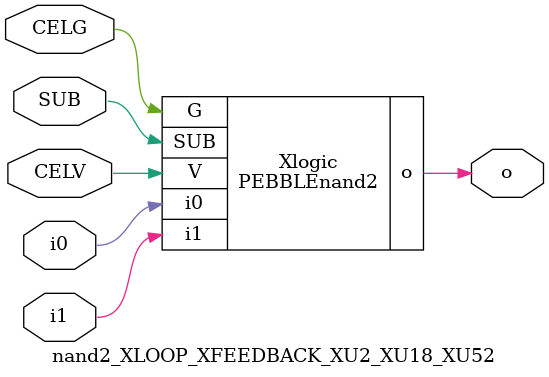
<source format=v>



module PEBBLEnand2 ( o, G, SUB, V, i0, i1 );

  input i0;
  input V;
  input i1;
  input G;
  output o;
  input SUB;
endmodule

//Celera Confidential Do Not Copy nand2_XLOOP_XFEEDBACK_XU2_XU18_XU52
//Celera Confidential Symbol Generator
//5V NAND2
module nand2_XLOOP_XFEEDBACK_XU2_XU18_XU52 (CELV,CELG,i0,i1,o,SUB);
input CELV;
input CELG;
input i0;
input i1;
input SUB;
output o;

//Celera Confidential Do Not Copy nand2
PEBBLEnand2 Xlogic(
.V (CELV),
.i0 (i0),
.i1 (i1),
.o (o),
.SUB (SUB),
.G (CELG)
);
//,diesize,PEBBLEnand2

//Celera Confidential Do Not Copy Module End
//Celera Schematic Generator
endmodule

</source>
